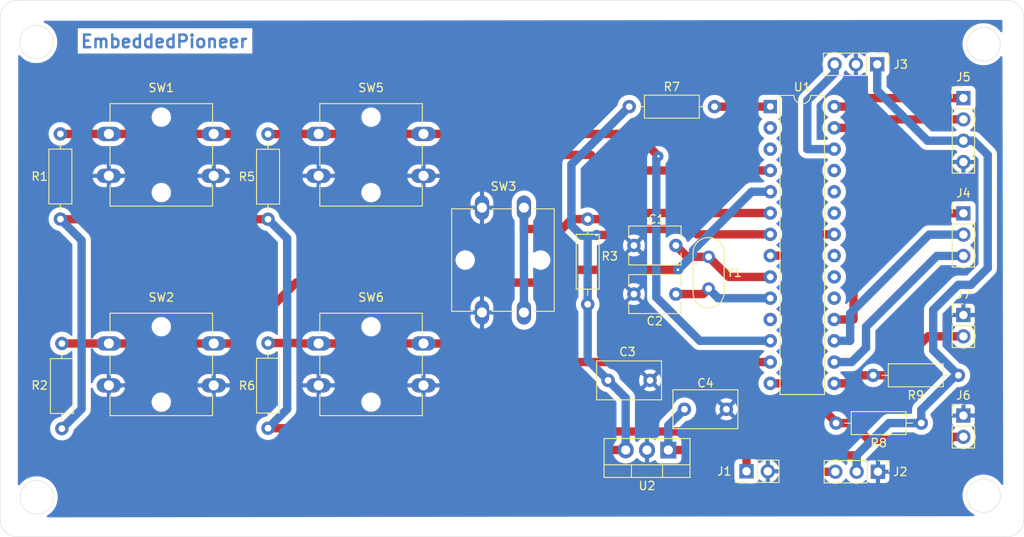
<source format=kicad_pcb>
(kicad_pcb (version 20241229) (generator "pcbnew") (generator_version "9.0")
  (title_block (title "Standing Desk") (date "2024-07-24") (rev "1.0") (company "EmbeddedPioneer"))
  (layers (0 "F.Cu" signal) (2 "B.Cu" signal) (13 "F.Paste" user) (15 "B.Paste" user) (5 "F.SilkS" user "F.Silkscreen") (7 "B.SilkS" user "B.Silkscreen") (1 "F.Mask" user) (3 "B.Mask" user) (25 "Edge.Cuts" user))
  (net 0 "")
  (net 1 "GND")
  (net 2 "Net-(U1-XTAL1{slash}PB6)")
  (net 3 "Net-(U1-XTAL2{slash}PB7)")
  (net 4 "+5V")
  (net 5 "+12V")
  (net 6 "Net-(J3-Pin_3)")
  (net 7 "Net-(J4-Pin_3)")
  (net 8 "Net-(J4-Pin_1)")
  (net 9 "Net-(J4-Pin_2)")
  (net 10 "Net-(J5-Pin_2)")
  (net 11 "Net-(J5-Pin_1)")
  (net 12 "Net-(J6-Pin_2)")
  (net 13 "Net-(J7-Pin_2)")
  (net 14 "Net-(U1-PD2)")
  (net 15 "Net-(U1-PD3)")
  (net 16 "Net-(U1-PD4)")
  (net 17 "Net-(U1-PD5)")
  (net 18 "Net-(U1-PD6)")
  (net 19 "Net-(U1-PD7)")
  (net 20 "Net-(U1-~{RESET}{slash}PC6)")
  (net 23 "Net-(U1-GND-Pad22)")
  (footprint "Capacitor_THT:C_Disc_D6.0mm_W4.4mm_P5.00mm" (layer "F.Cu") (at 166.83 103.61 180)
    (property "Reference" "C2" (at 2.519315 -3.227509 180) (layer "F.SilkS"))
    (property "Value" "22pf")
    (fp_line (start 5.62 0.925) (end 5.62 2.321) (stroke (width 0.12)) (layer "F.SilkS"))
    (fp_line (start 5.62 -2.321) (end 5.62 -0.925) (stroke (width 0.12)) (layer "F.SilkS"))
    (fp_line (start -0.62 2.321) (end 5.62 2.321) (stroke (width 0.12)) (layer "F.SilkS"))
    (fp_line (start -0.62 0.925) (end -0.62 2.321) (stroke (width 0.12)) (layer "F.SilkS"))
    (fp_line (start -0.62 -2.321) (end 5.62 -2.321) (stroke (width 0.12)) (layer "F.SilkS"))
    (fp_line (start -0.62 -2.321) (end -0.62 -0.925) (stroke (width 0.12)) (layer "F.SilkS"))
    (pad "1" thru_hole circle (at 0 0 180) (size 1.6 1.6) (drill 0.8) (layers "*.Cu" "*.Mask") (net 3 "Net-(U1-XTAL2{slash}PB7)"))
    (pad "2" thru_hole circle (at 5 0 180) (size 1.6 1.6) (drill 0.8) (layers "*.Cu" "*.Mask") (net 1 "GND"))
  )
  (footprint "Package_TO_SOT_THT:TO-220-3_Vertical" (layer "F.Cu") (at 165.93 122.21 180)
    (property "Reference" "U2" (at 2.54 -4.27 180) (layer "F.SilkS"))
    (property "Value" "LM7805_TO220")
    (fp_line (start 7.66 -3.27) (end 7.66 1.371) (stroke (width 0.12)) (layer "F.SilkS"))
    (fp_line (start 4.391 -3.27) (end 4.391 -1.76) (stroke (width 0.12)) (layer "F.SilkS"))
    (fp_line (start 0.69 -3.27) (end 0.69 -1.76) (stroke (width 0.12)) (layer "F.SilkS"))
    (fp_line (start -2.58 1.371) (end 7.66 1.371) (stroke (width 0.12)) (layer "F.SilkS"))
    (fp_line (start -2.58 -1.76) (end 7.66 -1.76) (stroke (width 0.12)) (layer "F.SilkS"))
    (fp_line (start -2.58 -3.27) (end 7.66 -3.27) (stroke (width 0.12)) (layer "F.SilkS"))
    (fp_line (start -2.58 -3.27) (end -2.58 1.371) (stroke (width 0.12)) (layer "F.SilkS"))
    (pad "1" thru_hole rect (at 0 0 180) (size 1.905 2) (drill 1.1) (layers "*.Cu" "*.Mask") (net 5 "+12V"))
    (pad "2" thru_hole oval (at 2.54 0 180) (size 1.905 2) (drill 1.1) (layers "*.Cu" "*.Mask") (net 1 "GND"))
    (pad "3" thru_hole oval (at 5.08 0 180) (size 1.905 2) (drill 1.1) (layers "*.Cu" "*.Mask") (net 4 "+5V"))
  )
  (footprint "Resistor_THT:R_Axial_DIN0207_L6.3mm_D2.5mm_P10.16mm_Horizontal" (layer "F.Cu") (at 93.47 94.66 90)
    (property "Reference" "R1" (at 5.08 -2.47 180) (layer "F.SilkS"))
    (property "Value" "10K")
    (fp_line (start 8.35 -1.37) (end 1.81 -1.37) (stroke (width 0.12)) (layer "F.SilkS"))
    (fp_line (start 1.81 -1.37) (end 1.81 1.37) (stroke (width 0.12)) (layer "F.SilkS"))
    (fp_line (start 9.12 0) (end 8.35 0) (stroke (width 0.12)) (layer "F.SilkS"))
    (fp_line (start 1.04 0) (end 1.81 0) (stroke (width 0.12)) (layer "F.SilkS"))
    (fp_line (start 8.35 1.37) (end 8.35 -1.37) (stroke (width 0.12)) (layer "F.SilkS"))
    (fp_line (start 1.81 1.37) (end 8.35 1.37) (stroke (width 0.12)) (layer "F.SilkS"))
    (pad "1" thru_hole circle (at 0 0 90) (size 1.6 1.6) (drill 0.8) (layers "*.Cu" "*.Mask") (net 4 "+5V"))
    (pad "2" thru_hole oval (at 10.16 0 90) (size 1.6 1.6) (drill 0.8) (layers "*.Cu" "*.Mask") (net 14 "Net-(U1-PD2)"))
  )
  (footprint "Capacitor_THT:C_Disc_D7.5mm_W4.4mm_P5.00mm" (layer "F.Cu") (at 158.75 113.9)
    (property "Reference" "C3" (at 2.31 -3.4 0) (layer "F.SilkS"))
    (property "Value" "220nf")
    (fp_line (start -1.37 -2.321) (end -1.37 2.321) (stroke (width 0.12)) (layer "F.SilkS"))
    (fp_line (start -1.37 -2.321) (end 6.37 -2.321) (stroke (width 0.12)) (layer "F.SilkS"))
    (fp_line (start -1.37 2.321) (end 6.37 2.321) (stroke (width 0.12)) (layer "F.SilkS"))
    (fp_line (start 6.37 -2.321) (end 6.37 2.321) (stroke (width 0.12)) (layer "F.SilkS"))
    (pad "1" thru_hole circle (at 0 0) (size 1.6 1.6) (drill 0.8) (layers "*.Cu" "*.Mask") (net 4 "+5V"))
    (pad "2" thru_hole circle (at 5 0) (size 1.6 1.6) (drill 0.8) (layers "*.Cu" "*.Mask") (net 1 "GND"))
  )
  (footprint "Resistor_THT:R_Axial_DIN0207_L6.3mm_D2.5mm_P10.16mm_Horizontal" (layer "F.Cu") (at 200.5 113.3 180)
    (property "Reference" "R9" (at 5.08 -2.37 180) (layer "F.SilkS"))
    (property "Value" "10K")
    (fp_line (start 9.12 0) (end 8.35 0) (stroke (width 0.12)) (layer "F.SilkS"))
    (fp_line (start 8.35 1.37) (end 8.35 -1.37) (stroke (width 0.12)) (layer "F.SilkS"))
    (fp_line (start 8.35 -1.37) (end 1.81 -1.37) (stroke (width 0.12)) (layer "F.SilkS"))
    (fp_line (start 1.81 1.37) (end 8.35 1.37) (stroke (width 0.12)) (layer "F.SilkS"))
    (fp_line (start 1.81 -1.37) (end 1.81 1.37) (stroke (width 0.12)) (layer "F.SilkS"))
    (fp_line (start 1.04 0) (end 1.81 0) (stroke (width 0.12)) (layer "F.SilkS"))
    (pad "1" thru_hole circle (at 0 0 180) (size 1.6 1.6) (drill 0.8) (layers "*.Cu" "*.Mask") (net 4 "+5V"))
    (pad "2" thru_hole oval (at 10.16 0 180) (size 1.6 1.6) (drill 0.8) (layers "*.Cu" "*.Mask") (net 13 "Net-(J7-Pin_2)"))
  )
  (footprint "Button_Switch_THT:SW_SPST_Omron_B3F-40xx" (layer "F.Cu") (at 148.72 93.3 -90)
    (property "Reference" "SW3" (at -2.53272 2.437834 0) (layer "F.SilkS"))
    (property "Value" "SAVE")
    (fp_line (start 12.36 8.61) (end 0.14 8.61) (stroke (width 0.12)) (layer "F.SilkS"))
    (fp_line (start 0.14 6.1) (end 0.14 8.61) (stroke (width 0.12)) (layer "F.SilkS"))
    (fp_line (start 12.36 6.1) (end 12.36 8.61) (stroke (width 0.12)) (layer "F.SilkS"))
    (fp_line (start 0.14 1.2) (end 0.14 3.8) (stroke (width 0.12)) (layer "F.SilkS"))
    (fp_line (start 12.36 1.2) (end 12.36 3.8) (stroke (width 0.12)) (layer "F.SilkS"))
    (fp_line (start 0.14 -3.61) (end 0.14 -1.1) (stroke (width 0.12)) (layer "F.SilkS"))
    (fp_line (start 0.14 -3.61) (end 12.36 -3.61) (stroke (width 0.12)) (layer "F.SilkS"))
    (fp_line (start 12.36 -3.61) (end 12.36 -1.1) (stroke (width 0.12)) (layer "F.SilkS"))
    (pad "" np_thru_hole circle (at 6.25 -2 270) (size 1.8 1.8) (drill 1.8) (layers "*.Cu" "*.Mask"))
    (pad "" np_thru_hole circle (at 6.25 7 270) (size 1.8 1.8) (drill 1.8) (layers "*.Cu" "*.Mask"))
    (pad "1" thru_hole oval (at 0 0 270) (size 2.9 1.7) (drill 1.2) (layers "*.Cu" "*.Mask") (net 16 "Net-(U1-PD4)"))
    (pad "1" thru_hole oval (at 12.5 0 270) (size 2.9 1.7) (drill 1.2) (layers "*.Cu" "*.Mask") (net 16 "Net-(U1-PD4)"))
    (pad "2" thru_hole oval (at 0 5 270) (size 2.9 1.7) (drill 1.2) (layers "*.Cu" "*.Mask") (net 1 "GND"))
    (pad "2" thru_hole oval (at 12.5 5 270) (size 2.9 1.7) (drill 1.2) (layers "*.Cu" "*.Mask") (net 1 "GND"))
  )
  (footprint "Package_DIP:DIP-28_W7.62mm" (layer "F.Cu") (at 178.08 81.24)
    (property "Reference" "U1" (at 3.81 -2.33 0) (layer "F.SilkS"))
    (property "Value" "ATmega328P")
    (fp_line (start 1.16 -1.33) (end 1.16 34.35) (stroke (width 0.12)) (layer "F.SilkS"))
    (fp_line (start 1.16 34.35) (end 6.46 34.35) (stroke (width 0.12)) (layer "F.SilkS"))
    (fp_line (start 2.81 -1.33) (end 1.16 -1.33) (stroke (width 0.12)) (layer "F.SilkS"))
    (fp_line (start 6.46 -1.33) (end 4.81 -1.33) (stroke (width 0.12)) (layer "F.SilkS"))
    (fp_line (start 6.46 34.35) (end 6.46 -1.33) (stroke (width 0.12)) (layer "F.SilkS"))
    (fp_arc (start 4.81 -1.33) (mid 3.81 -0.33) (end 2.81 -1.33) (stroke (width 0.12)) (layer "F.SilkS"))
    (pad "1" thru_hole rect (at 0 0) (size 1.6 1.6) (drill 0.8) (layers "*.Cu" "*.Mask") (net 20 "Net-(U1-~{RESET}{slash}PC6)"))
    (pad "2" thru_hole oval (at 0 2.54) (size 1.6 1.6) (drill 0.8) (layers "*.Cu" "*.Mask"))
    (pad "3" thru_hole oval (at 0 5.08) (size 1.6 1.6) (drill 0.8) (layers "*.Cu" "*.Mask"))
    (pad "4" thru_hole oval (at 0 7.62) (size 1.6 1.6) (drill 0.8) (layers "*.Cu" "*.Mask") (net 14 "Net-(U1-PD2)"))
    (pad "5" thru_hole oval (at 0 10.16) (size 1.6 1.6) (drill 0.8) (layers "*.Cu" "*.Mask") (net 15 "Net-(U1-PD3)"))
    (pad "6" thru_hole oval (at 0 12.7) (size 1.6 1.6) (drill 0.8) (layers "*.Cu" "*.Mask") (net 16 "Net-(U1-PD4)"))
    (pad "7" thru_hole oval (at 0 15.24) (size 1.6 1.6) (drill 0.8) (layers "*.Cu" "*.Mask") (net 4 "+5V"))
    (pad "8" thru_hole oval (at 0 17.78) (size 1.6 1.6) (drill 0.8) (layers "*.Cu" "*.Mask") (net 23 "Net-(U1-GND-Pad22)"))
    (pad "9" thru_hole oval (at 0 20.32) (size 1.6 1.6) (drill 0.8) (layers "*.Cu" "*.Mask") (net 2 "Net-(U1-XTAL1{slash}PB6)"))
    (pad "10" thru_hole oval (at 0 22.86) (size 1.6 1.6) (drill 0.8) (layers "*.Cu" "*.Mask") (net 3 "Net-(U1-XTAL2{slash}PB7)"))
    (pad "11" thru_hole oval (at 0 25.4) (size 1.6 1.6) (drill 0.8) (layers "*.Cu" "*.Mask") (net 17 "Net-(U1-PD5)"))
    (pad "12" thru_hole oval (at 0 27.94) (size 1.6 1.6) (drill 0.8) (layers "*.Cu" "*.Mask") (net 18 "Net-(U1-PD6)"))
    (pad "13" thru_hole oval (at 0 30.48) (size 1.6 1.6) (drill 0.8) (layers "*.Cu" "*.Mask") (net 19 "Net-(U1-PD7)"))
    (pad "14" thru_hole oval (at 0 33.02) (size 1.6 1.6) (drill 0.8) (layers "*.Cu" "*.Mask") (net 12 "Net-(J6-Pin_2)"))
    (pad "15" thru_hole oval (at 7.62 33.02) (size 1.6 1.6) (drill 0.8) (layers "*.Cu" "*.Mask") (net 13 "Net-(J7-Pin_2)"))
    (pad "16" thru_hole oval (at 7.62 30.48) (size 1.6 1.6) (drill 0.8) (layers "*.Cu" "*.Mask") (net 7 "Net-(J4-Pin_3)"))
    (pad "17" thru_hole oval (at 7.62 27.94) (size 1.6 1.6) (drill 0.8) (layers "*.Cu" "*.Mask") (net 9 "Net-(J4-Pin_2)"))
    (pad "18" thru_hole oval (at 7.62 25.4) (size 1.6 1.6) (drill 0.8) (layers "*.Cu" "*.Mask") (net 8 "Net-(J4-Pin_1)"))
    (pad "19" thru_hole oval (at 7.62 22.86) (size 1.6 1.6) (drill 0.8) (layers "*.Cu" "*.Mask"))
    (pad "20" thru_hole oval (at 7.62 20.32) (size 1.6 1.6) (drill 0.8) (layers "*.Cu" "*.Mask"))
    (pad "21" thru_hole oval (at 7.62 17.78) (size 1.6 1.6) (drill 0.8) (layers "*.Cu" "*.Mask"))
    (pad "22" thru_hole oval (at 7.62 15.24) (size 1.6 1.6) (drill 0.8) (layers "*.Cu" "*.Mask") (net 23 "Net-(U1-GND-Pad22)"))
    (pad "23" thru_hole oval (at 7.62 12.7) (size 1.6 1.6) (drill 0.8) (layers "*.Cu" "*.Mask"))
    (pad "24" thru_hole oval (at 7.62 10.16) (size 1.6 1.6) (drill 0.8) (layers "*.Cu" "*.Mask"))
    (pad "25" thru_hole oval (at 7.62 7.62) (size 1.6 1.6) (drill 0.8) (layers "*.Cu" "*.Mask"))
    (pad "26" thru_hole oval (at 7.62 5.08) (size 1.6 1.6) (drill 0.8) (layers "*.Cu" "*.Mask") (net 6 "Net-(J3-Pin_3)"))
    (pad "27" thru_hole oval (at 7.62 2.54) (size 1.6 1.6) (drill 0.8) (layers "*.Cu" "*.Mask") (net 10 "Net-(J5-Pin_2)"))
    (pad "28" thru_hole oval (at 7.62 0) (size 1.6 1.6) (drill 0.8) (layers "*.Cu" "*.Mask") (net 11 "Net-(J5-Pin_1)"))
  )
  (footprint "Resistor_THT:R_Axial_DIN0207_L6.3mm_D2.5mm_P10.16mm_Horizontal" (layer "F.Cu") (at 93.65 119.66 90)
    (property "Reference" "R2" (at 5.16 -2.65 180) (layer "F.SilkS"))
    (property "Value" "10K")
    (fp_line (start 8.35 -1.37) (end 1.81 -1.37) (stroke (width 0.12)) (layer "F.SilkS"))
    (fp_line (start 1.81 -1.37) (end 1.81 1.37) (stroke (width 0.12)) (layer "F.SilkS"))
    (fp_line (start 9.12 0) (end 8.35 0) (stroke (width 0.12)) (layer "F.SilkS"))
    (fp_line (start 1.04 0) (end 1.81 0) (stroke (width 0.12)) (layer "F.SilkS"))
    (fp_line (start 8.35 1.37) (end 8.35 -1.37) (stroke (width 0.12)) (layer "F.SilkS"))
    (fp_line (start 1.81 1.37) (end 8.35 1.37) (stroke (width 0.12)) (layer "F.SilkS"))
    (pad "1" thru_hole circle (at 0 0 90) (size 1.6 1.6) (drill 0.8) (layers "*.Cu" "*.Mask") (net 4 "+5V"))
    (pad "2" thru_hole oval (at 10.16 0 90) (size 1.6 1.6) (drill 0.8) (layers "*.Cu" "*.Mask") (net 15 "Net-(U1-PD3)"))
  )
  (footprint "Connector_PinHeader_2.54mm:PinHeader_1x03_P2.54mm_Vertical" (layer "F.Cu") (at 190.83 76.2 -90)
    (property "Reference" "J3" (at 0.017031 -2.799919 0) (layer "F.SilkS"))
    (property "Value" "Optical_EndStop")
    (fp_line (start -1.33 6.41) (end 1.33 6.41) (stroke (width 0.12)) (layer "F.SilkS"))
    (fp_line (start -1.33 1.27) (end -1.33 6.41) (stroke (width 0.12)) (layer "F.SilkS"))
    (fp_line (start -1.33 1.27) (end 1.33 1.27) (stroke (width 0.12)) (layer "F.SilkS"))
    (fp_line (start 1.33 1.27) (end 1.33 6.41) (stroke (width 0.12)) (layer "F.SilkS"))
    (fp_line (start -1.33 0) (end -1.33 -1.33) (stroke (width 0.12)) (layer "F.SilkS"))
    (fp_line (start -1.33 -1.33) (end 0 -1.33) (stroke (width 0.12)) (layer "F.SilkS"))
    (pad "1" thru_hole rect (at 0 0 270) (size 1.7 1.7) (drill 1) (layers "*.Cu" "*.Mask") (net 4 "+5V"))
    (pad "2" thru_hole oval (at 0 2.54 270) (size 1.7 1.7) (drill 1) (layers "*.Cu" "*.Mask") (net 1 "GND"))
    (pad "3" thru_hole oval (at 0 5.08 270) (size 1.7 1.7) (drill 1) (layers "*.Cu" "*.Mask") (net 6 "Net-(J3-Pin_3)"))
  )
  (footprint "Capacitor_THT:C_Disc_D7.5mm_W4.4mm_P5.00mm" (layer "F.Cu") (at 167.85 117.35)
    (property "Reference" "C4" (at 2.506079 -3.123545 0) (layer "F.SilkS"))
    (property "Value" "220nf")
    (fp_line (start -1.37 -2.321) (end -1.37 2.321) (stroke (width 0.12)) (layer "F.SilkS"))
    (fp_line (start -1.37 -2.321) (end 6.37 -2.321) (stroke (width 0.12)) (layer "F.SilkS"))
    (fp_line (start -1.37 2.321) (end 6.37 2.321) (stroke (width 0.12)) (layer "F.SilkS"))
    (fp_line (start 6.37 -2.321) (end 6.37 2.321) (stroke (width 0.12)) (layer "F.SilkS"))
    (pad "1" thru_hole circle (at 0 0) (size 1.6 1.6) (drill 0.8) (layers "*.Cu" "*.Mask") (net 5 "+12V"))
    (pad "2" thru_hole circle (at 5 0) (size 1.6 1.6) (drill 0.8) (layers "*.Cu" "*.Mask") (net 1 "GND"))
  )
  (footprint "Resistor_THT:R_Axial_DIN0207_L6.3mm_D2.5mm_P10.16mm_Horizontal" (layer "F.Cu") (at 196.08 119 180)
    (property "Reference" "R8" (at 5.08 -2.37 180) (layer "F.SilkS"))
    (property "Value" "10K")
    (fp_line (start 9.12 0) (end 8.35 0) (stroke (width 0.12)) (layer "F.SilkS"))
    (fp_line (start 8.35 1.37) (end 8.35 -1.37) (stroke (width 0.12)) (layer "F.SilkS"))
    (fp_line (start 8.35 -1.37) (end 1.81 -1.37) (stroke (width 0.12)) (layer "F.SilkS"))
    (fp_line (start 1.81 1.37) (end 8.35 1.37) (stroke (width 0.12)) (layer "F.SilkS"))
    (fp_line (start 1.81 -1.37) (end 1.81 1.37) (stroke (width 0.12)) (layer "F.SilkS"))
    (fp_line (start 1.04 0) (end 1.81 0) (stroke (width 0.12)) (layer "F.SilkS"))
    (pad "1" thru_hole circle (at 0 0 180) (size 1.6 1.6) (drill 0.8) (layers "*.Cu" "*.Mask") (net 4 "+5V"))
    (pad "2" thru_hole oval (at 10.16 0 180) (size 1.6 1.6) (drill 0.8) (layers "*.Cu" "*.Mask") (net 12 "Net-(J6-Pin_2)"))
  )
  (footprint "Button_Switch_THT:SW_SPST_Omron_B3F-40xx" (layer "F.Cu") (at 99.25 84.5)
    (property "Reference" "SW1" (at 6.25 -5.5 0) (layer "F.SilkS"))
    (property "Value" "UP")
    (fp_line (start 0.14 -3.61) (end 0.14 -1.1) (stroke (width 0.12)) (layer "F.SilkS"))
    (fp_line (start 0.14 -3.61) (end 12.36 -3.61) (stroke (width 0.12)) (layer "F.SilkS"))
    (fp_line (start 0.14 1.2) (end 0.14 3.8) (stroke (width 0.12)) (layer "F.SilkS"))
    (fp_line (start 0.14 6.1) (end 0.14 8.61) (stroke (width 0.12)) (layer "F.SilkS"))
    (fp_line (start 12.36 -3.61) (end 12.36 -1.1) (stroke (width 0.12)) (layer "F.SilkS"))
    (fp_line (start 12.36 1.2) (end 12.36 3.8) (stroke (width 0.12)) (layer "F.SilkS"))
    (fp_line (start 12.36 6.1) (end 12.36 8.61) (stroke (width 0.12)) (layer "F.SilkS"))
    (fp_line (start 12.36 8.61) (end 0.14 8.61) (stroke (width 0.12)) (layer "F.SilkS"))
    (pad "" np_thru_hole circle (at 6.25 -2) (size 1.8 1.8) (drill 1.8) (layers "*.Cu" "*.Mask"))
    (pad "" np_thru_hole circle (at 6.25 7) (size 1.8 1.8) (drill 1.8) (layers "*.Cu" "*.Mask"))
    (pad "1" thru_hole oval (at 0 0) (size 2.9 1.7) (drill 1.2) (layers "*.Cu" "*.Mask") (net 14 "Net-(U1-PD2)"))
    (pad "1" thru_hole oval (at 12.5 0) (size 2.9 1.7) (drill 1.2) (layers "*.Cu" "*.Mask") (net 14 "Net-(U1-PD2)"))
    (pad "2" thru_hole oval (at 0 5) (size 2.9 1.7) (drill 1.2) (layers "*.Cu" "*.Mask") (net 1 "GND"))
    (pad "2" thru_hole oval (at 12.5 5) (size 2.9 1.7) (drill 1.2) (layers "*.Cu" "*.Mask") (net 1 "GND"))
  )
  (footprint "Resistor_THT:R_Axial_DIN0207_L6.3mm_D2.5mm_P10.16mm_Horizontal" (layer "F.Cu") (at 156.32 104.83 90)
    (property "Reference" "R3" (at 5.728619 2.629833 180) (layer "F.SilkS"))
    (property "Value" "10K")
    (fp_line (start 8.35 -1.37) (end 1.81 -1.37) (stroke (width 0.12)) (layer "F.SilkS"))
    (fp_line (start 1.81 -1.37) (end 1.81 1.37) (stroke (width 0.12)) (layer "F.SilkS"))
    (fp_line (start 9.12 0) (end 8.35 0) (stroke (width 0.12)) (layer "F.SilkS"))
    (fp_line (start 1.04 0) (end 1.81 0) (stroke (width 0.12)) (layer "F.SilkS"))
    (fp_line (start 8.35 1.37) (end 8.35 -1.37) (stroke (width 0.12)) (layer "F.SilkS"))
    (fp_line (start 1.81 1.37) (end 8.35 1.37) (stroke (width 0.12)) (layer "F.SilkS"))
    (pad "1" thru_hole circle (at 0 0 90) (size 1.6 1.6) (drill 0.8) (layers "*.Cu" "*.Mask") (net 4 "+5V"))
    (pad "2" thru_hole oval (at 10.16 0 90) (size 1.6 1.6) (drill 0.8) (layers "*.Cu" "*.Mask") (net 16 "Net-(U1-PD4)"))
  )
  (footprint "Button_Switch_THT:SW_SPST_Omron_B3F-40xx" (layer "F.Cu") (at 124.25 109.5)
    (property "Reference" "SW6" (at 6.25 -5.5 0) (layer "F.SilkS"))
    (property "Value" "Home")
    (fp_line (start 0.14 -3.61) (end 0.14 -1.1) (stroke (width 0.12)) (layer "F.SilkS"))
    (fp_line (start 0.14 -3.61) (end 12.36 -3.61) (stroke (width 0.12)) (layer "F.SilkS"))
    (fp_line (start 0.14 1.2) (end 0.14 3.8) (stroke (width 0.12)) (layer "F.SilkS"))
    (fp_line (start 0.14 6.1) (end 0.14 8.61) (stroke (width 0.12)) (layer "F.SilkS"))
    (fp_line (start 12.36 -3.61) (end 12.36 -1.1) (stroke (width 0.12)) (layer "F.SilkS"))
    (fp_line (start 12.36 1.2) (end 12.36 3.8) (stroke (width 0.12)) (layer "F.SilkS"))
    (fp_line (start 12.36 6.1) (end 12.36 8.61) (stroke (width 0.12)) (layer "F.SilkS"))
    (fp_line (start 12.36 8.61) (end 0.14 8.61) (stroke (width 0.12)) (layer "F.SilkS"))
    (pad "" np_thru_hole circle (at 6.25 -2) (size 1.8 1.8) (drill 1.8) (layers "*.Cu" "*.Mask"))
    (pad "" np_thru_hole circle (at 6.25 7) (size 1.8 1.8) (drill 1.8) (layers "*.Cu" "*.Mask"))
    (pad "1" thru_hole oval (at 0 0) (size 2.9 1.7) (drill 1.2) (layers "*.Cu" "*.Mask") (net 19 "Net-(U1-PD7)"))
    (pad "1" thru_hole oval (at 12.5 0) (size 2.9 1.7) (drill 1.2) (layers "*.Cu" "*.Mask") (net 19 "Net-(U1-PD7)"))
    (pad "2" thru_hole oval (at 0 5) (size 2.9 1.7) (drill 1.2) (layers "*.Cu" "*.Mask") (net 1 "GND"))
    (pad "2" thru_hole oval (at 12.5 5) (size 2.9 1.7) (drill 1.2) (layers "*.Cu" "*.Mask") (net 1 "GND"))
  )
  (footprint "Crystal:Crystal_HC52-U_Vertical" (layer "F.Cu") (at 170.73 99.16 -90)
    (property "Reference" "Y1" (at 1.897074 -3.054468 0) (layer "F.SilkS"))
    (property "Value" "Crystal")
    (fp_line (start -0.45 1.85) (end 4.25 1.85) (stroke (width 0.12)) (layer "F.SilkS"))
    (fp_line (start -0.45 -1.85) (end 4.25 -1.85) (stroke (width 0.12)) (layer "F.SilkS"))
    (fp_arc (start -0.45 1.85) (mid -2.3 0) (end -0.45 -1.85) (stroke (width 0.12)) (layer "F.SilkS"))
    (fp_arc (start 4.25 -1.85) (mid 6.1 0) (end 4.25 1.85) (stroke (width 0.12)) (layer "F.SilkS"))
    (pad "1" thru_hole circle (at 0 0 270) (size 1.5 1.5) (drill 0.8) (layers "*.Cu" "*.Mask") (net 2 "Net-(U1-XTAL1{slash}PB6)"))
    (pad "2" thru_hole circle (at 3.8 0 270) (size 1.5 1.5) (drill 0.8) (layers "*.Cu" "*.Mask") (net 3 "Net-(U1-XTAL2{slash}PB7)"))
  )
  (footprint "Button_Switch_THT:SW_SPST_Omron_B3F-40xx" (layer "F.Cu") (at 124.25 84.5)
    (property "Reference" "SW5" (at 6.25 -5.5 0) (layer "F.SilkS"))
    (property "Value" "Mode")
    (fp_line (start 0.14 -3.61) (end 0.14 -1.1) (stroke (width 0.12)) (layer "F.SilkS"))
    (fp_line (start 0.14 -3.61) (end 12.36 -3.61) (stroke (width 0.12)) (layer "F.SilkS"))
    (fp_line (start 0.14 1.2) (end 0.14 3.8) (stroke (width 0.12)) (layer "F.SilkS"))
    (fp_line (start 0.14 6.1) (end 0.14 8.61) (stroke (width 0.12)) (layer "F.SilkS"))
    (fp_line (start 12.36 -3.61) (end 12.36 -1.1) (stroke (width 0.12)) (layer "F.SilkS"))
    (fp_line (start 12.36 1.2) (end 12.36 3.8) (stroke (width 0.12)) (layer "F.SilkS"))
    (fp_line (start 12.36 6.1) (end 12.36 8.61) (stroke (width 0.12)) (layer "F.SilkS"))
    (fp_line (start 12.36 8.61) (end 0.14 8.61) (stroke (width 0.12)) (layer "F.SilkS"))
    (pad "" np_thru_hole circle (at 6.25 -2) (size 1.8 1.8) (drill 1.8) (layers "*.Cu" "*.Mask"))
    (pad "" np_thru_hole circle (at 6.25 7) (size 1.8 1.8) (drill 1.8) (layers "*.Cu" "*.Mask"))
    (pad "1" thru_hole oval (at 0 0) (size 2.9 1.7) (drill 1.2) (layers "*.Cu" "*.Mask") (net 18 "Net-(U1-PD6)"))
    (pad "1" thru_hole oval (at 12.5 0) (size 2.9 1.7) (drill 1.2) (layers "*.Cu" "*.Mask") (net 18 "Net-(U1-PD6)"))
    (pad "2" thru_hole oval (at 0 5) (size 2.9 1.7) (drill 1.2) (layers "*.Cu" "*.Mask") (net 1 "GND"))
    (pad "2" thru_hole oval (at 12.5 5) (size 2.9 1.7) (drill 1.2) (layers "*.Cu" "*.Mask") (net 1 "GND"))
  )
  (footprint "Connector_PinHeader_2.54mm:PinHeader_1x02_P2.54mm_Vertical" (layer "F.Cu") (at 201.1 106.11)
    (property "Reference" "J7" (at 0.043036 -2.464661 0) (layer "F.SilkS"))
    (property "Value" "END_STOP_MAX")
    (fp_line (start -1.33 -1.33) (end 0 -1.33) (stroke (width 0.12)) (layer "F.SilkS"))
    (fp_line (start -1.33 0) (end -1.33 -1.33) (stroke (width 0.12)) (layer "F.SilkS"))
    (fp_line (start -1.33 1.27) (end -1.33 3.87) (stroke (width 0.12)) (layer "F.SilkS"))
    (fp_line (start -1.33 1.27) (end 1.33 1.27) (stroke (width 0.12)) (layer "F.SilkS"))
    (fp_line (start -1.33 3.87) (end 1.33 3.87) (stroke (width 0.12)) (layer "F.SilkS"))
    (fp_line (start 1.33 1.27) (end 1.33 3.87) (stroke (width 0.12)) (layer "F.SilkS"))
    (pad "1" thru_hole rect (at 0 0) (size 1.7 1.7) (drill 1) (layers "*.Cu" "*.Mask") (net 1 "GND"))
    (pad "2" thru_hole oval (at 0 2.54) (size 1.7 1.7) (drill 1) (layers "*.Cu" "*.Mask") (net 13 "Net-(J7-Pin_2)"))
  )
  (footprint "Connector_PinHeader_2.54mm:PinHeader_1x02_P2.54mm_Vertical" (layer "F.Cu") (at 175.25 124.75 90)
    (property "Reference" "J1" (at -0.003279 -2.645247 180) (layer "F.SilkS"))
    (property "Value" "POWER_IN")
    (fp_line (start -1.33 -1.33) (end 0 -1.33) (stroke (width 0.12)) (layer "F.SilkS"))
    (fp_line (start -1.33 0) (end -1.33 -1.33) (stroke (width 0.12)) (layer "F.SilkS"))
    (fp_line (start 1.33 1.27) (end 1.33 3.87) (stroke (width 0.12)) (layer "F.SilkS"))
    (fp_line (start -1.33 1.27) (end 1.33 1.27) (stroke (width 0.12)) (layer "F.SilkS"))
    (fp_line (start -1.33 1.27) (end -1.33 3.87) (stroke (width 0.12)) (layer "F.SilkS"))
    (fp_line (start -1.33 3.87) (end 1.33 3.87) (stroke (width 0.12)) (layer "F.SilkS"))
    (pad "1" thru_hole rect (at 0 0 90) (size 1.7 1.7) (drill 1) (layers "*.Cu" "*.Mask") (net 5 "+12V"))
    (pad "2" thru_hole oval (at 0 2.54 90) (size 1.7 1.7) (drill 1) (layers "*.Cu" "*.Mask") (net 1 "GND"))
  )
  (footprint "Resistor_THT:R_Axial_DIN0207_L6.3mm_D2.5mm_P10.16mm_Horizontal" (layer "F.Cu") (at 161.27 81.25)
    (property "Reference" "R7" (at 5.08 -2.37 0) (layer "F.SilkS"))
    (property "Value" "10K")
    (fp_line (start 1.04 0) (end 1.81 0) (stroke (width 0.12)) (layer "F.SilkS"))
    (fp_line (start 1.81 -1.37) (end 1.81 1.37) (stroke (width 0.12)) (layer "F.SilkS"))
    (fp_line (start 1.81 1.37) (end 8.35 1.37) (stroke (width 0.12)) (layer "F.SilkS"))
    (fp_line (start 8.35 -1.37) (end 1.81 -1.37) (stroke (width 0.12)) (layer "F.SilkS"))
    (fp_line (start 8.35 1.37) (end 8.35 -1.37) (stroke (width 0.12)) (layer "F.SilkS"))
    (fp_line (start 9.12 0) (end 8.35 0) (stroke (width 0.12)) (layer "F.SilkS"))
    (pad "1" thru_hole circle (at 0 0) (size 1.6 1.6) (drill 0.8) (layers "*.Cu" "*.Mask") (net 4 "+5V"))
    (pad "2" thru_hole oval (at 10.16 0) (size 1.6 1.6) (drill 0.8) (layers "*.Cu" "*.Mask") (net 20 "Net-(U1-~{RESET}{slash}PC6)"))
  )
  (footprint "Connector_PinHeader_2.54mm:PinHeader_1x04_P2.54mm_Vertical" (layer "F.Cu") (at 201.1 80.23)
    (property "Reference" "J5" (at 0.001133 -2.509515 0) (layer "F.SilkS"))
    (property "Value" "LCD_Connector")
    (fp_line (start -1.33 -1.33) (end 0 -1.33) (stroke (width 0.12)) (layer "F.SilkS"))
    (fp_line (start -1.33 0) (end -1.33 -1.33) (stroke (width 0.12)) (layer "F.SilkS"))
    (fp_line (start -1.33 1.27) (end -1.33 8.95) (stroke (width 0.12)) (layer "F.SilkS"))
    (fp_line (start -1.33 1.27) (end 1.33 1.27) (stroke (width 0.12)) (layer "F.SilkS"))
    (fp_line (start -1.33 8.95) (end 1.33 8.95) (stroke (width 0.12)) (layer "F.SilkS"))
    (fp_line (start 1.33 1.27) (end 1.33 8.95) (stroke (width 0.12)) (layer "F.SilkS"))
    (pad "1" thru_hole rect (at 0 0) (size 1.7 1.7) (drill 1) (layers "*.Cu" "*.Mask") (net 11 "Net-(J5-Pin_1)"))
    (pad "2" thru_hole oval (at 0 2.54) (size 1.7 1.7) (drill 1) (layers "*.Cu" "*.Mask") (net 10 "Net-(J5-Pin_2)"))
    (pad "3" thru_hole oval (at 0 5.08) (size 1.7 1.7) (drill 1) (layers "*.Cu" "*.Mask") (net 4 "+5V"))
    (pad "4" thru_hole oval (at 0 7.62) (size 1.7 1.7) (drill 1) (layers "*.Cu" "*.Mask") (net 1 "GND"))
  )
  (footprint "Connector_PinHeader_2.54mm:PinHeader_1x03_P2.54mm_Vertical" (layer "F.Cu") (at 190.915 124.8 -90)
    (property "Reference" "J2" (at 0.007811 -2.659208 0) (layer "F.SilkS"))
    (property "Value" "Driver_POWER")
    (fp_line (start -1.33 6.41) (end 1.33 6.41) (stroke (width 0.12)) (layer "F.SilkS"))
    (fp_line (start -1.33 1.27) (end -1.33 6.41) (stroke (width 0.12)) (layer "F.SilkS"))
    (fp_line (start -1.33 1.27) (end 1.33 1.27) (stroke (width 0.12)) (layer "F.SilkS"))
    (fp_line (start 1.33 1.27) (end 1.33 6.41) (stroke (width 0.12)) (layer "F.SilkS"))
    (fp_line (start -1.33 0) (end -1.33 -1.33) (stroke (width 0.12)) (layer "F.SilkS"))
    (fp_line (start -1.33 -1.33) (end 0 -1.33) (stroke (width 0.12)) (layer "F.SilkS"))
    (pad "1" thru_hole rect (at 0 0 270) (size 1.7 1.7) (drill 1) (layers "*.Cu" "*.Mask") (net 1 "GND"))
    (pad "2" thru_hole oval (at 0 2.54 270) (size 1.7 1.7) (drill 1) (layers "*.Cu" "*.Mask") (net 4 "+5V"))
    (pad "3" thru_hole oval (at 0 5.08 270) (size 1.7 1.7) (drill 1) (layers "*.Cu" "*.Mask") (net 5 "+12V"))
  )
  (footprint "Capacitor_THT:C_Disc_D6.0mm_W4.4mm_P5.00mm" (layer "F.Cu") (at 166.83 97.81 180)
    (property "Reference" "C1" (at 2.33 3.133821 180) (layer "F.SilkS"))
    (property "Value" "22pf")
    (fp_line (start 5.62 0.925) (end 5.62 2.321) (stroke (width 0.12)) (layer "F.SilkS"))
    (fp_line (start 5.62 -2.321) (end 5.62 -0.925) (stroke (width 0.12)) (layer "F.SilkS"))
    (fp_line (start -0.62 2.321) (end 5.62 2.321) (stroke (width 0.12)) (layer "F.SilkS"))
    (fp_line (start -0.62 0.925) (end -0.62 2.321) (stroke (width 0.12)) (layer "F.SilkS"))
    (fp_line (start -0.62 -2.321) (end 5.62 -2.321) (stroke (width 0.12)) (layer "F.SilkS"))
    (fp_line (start -0.62 -2.321) (end -0.62 -0.925) (stroke (width 0.12)) (layer "F.SilkS"))
    (pad "1" thru_hole circle (at 0 0 180) (size 1.6 1.6) (drill 0.8) (layers "*.Cu" "*.Mask") (net 2 "Net-(U1-XTAL1{slash}PB6)"))
    (pad "2" thru_hole circle (at 5 0 180) (size 1.6 1.6) (drill 0.8) (layers "*.Cu" "*.Mask") (net 1 "GND"))
  )
  (footprint "Resistor_THT:R_Axial_DIN0207_L6.3mm_D2.5mm_P10.16mm_Horizontal" (layer "F.Cu") (at 118.22 119.61 90)
    (property "Reference" "R6" (at 5.069175 -2.506957 180) (layer "F.SilkS"))
    (property "Value" "10K")
    (fp_line (start 8.35 -1.37) (end 1.81 -1.37) (stroke (width 0.12)) (layer "F.SilkS"))
    (fp_line (start 1.81 -1.37) (end 1.81 1.37) (stroke (width 0.12)) (layer "F.SilkS"))
    (fp_line (start 9.12 0) (end 8.35 0) (stroke (width 0.12)) (layer "F.SilkS"))
    (fp_line (start 1.04 0) (end 1.81 0) (stroke (width 0.12)) (layer "F.SilkS"))
    (fp_line (start 8.35 1.37) (end 8.35 -1.37) (stroke (width 0.12)) (layer "F.SilkS"))
    (fp_line (start 1.81 1.37) (end 8.35 1.37) (stroke (width 0.12)) (layer "F.SilkS"))
    (pad "1" thru_hole circle (at 0 0 90) (size 1.6 1.6) (drill 0.8) (layers "*.Cu" "*.Mask") (net 4 "+5V"))
    (pad "2" thru_hole oval (at 10.16 0 90) (size 1.6 1.6) (drill 0.8) (layers "*.Cu" "*.Mask") (net 19 "Net-(U1-PD7)"))
  )
  (footprint "Connector_PinHeader_2.54mm:PinHeader_1x02_P2.54mm_Vertical" (layer "F.Cu") (at 201.1 118.1)
    (property "Reference" "J6" (at 0.009358 -2.408107 0) (layer "F.SilkS"))
    (property "Value" "END_STOP_MIN")
    (fp_line (start -1.33 -1.33) (end 0 -1.33) (stroke (width 0.12)) (layer "F.SilkS"))
    (fp_line (start -1.33 0) (end -1.33 -1.33) (stroke (width 0.12)) (layer "F.SilkS"))
    (fp_line (start -1.33 1.27) (end -1.33 3.87) (stroke (width 0.12)) (layer "F.SilkS"))
    (fp_line (start -1.33 1.27) (end 1.33 1.27) (stroke (width 0.12)) (layer "F.SilkS"))
    (fp_line (start -1.33 3.87) (end 1.33 3.87) (stroke (width 0.12)) (layer "F.SilkS"))
    (fp_line (start 1.33 1.27) (end 1.33 3.87) (stroke (width 0.12)) (layer "F.SilkS"))
    (pad "1" thru_hole rect (at 0 0) (size 1.7 1.7) (drill 1) (layers "*.Cu" "*.Mask") (net 1 "GND"))
    (pad "2" thru_hole oval (at 0 2.54) (size 1.7 1.7) (drill 1) (layers "*.Cu" "*.Mask") (net 12 "Net-(J6-Pin_2)"))
  )
  (footprint "Connector_PinHeader_2.54mm:PinHeader_1x03_P2.54mm_Vertical" (layer "F.Cu") (at 201.1 93.975)
    (property "Reference" "J4" (at 0.005556 -2.405645 0) (layer "F.SilkS"))
    (property "Value" "Driver_DATA")
    (fp_line (start -1.33 -1.33) (end 0 -1.33) (stroke (width 0.12)) (layer "F.SilkS"))
    (fp_line (start -1.33 0) (end -1.33 -1.33) (stroke (width 0.12)) (layer "F.SilkS"))
    (fp_line (start -1.33 1.27) (end -1.33 6.41) (stroke (width 0.12)) (layer "F.SilkS"))
    (fp_line (start -1.33 1.27) (end 1.33 1.27) (stroke (width 0.12)) (layer "F.SilkS"))
    (fp_line (start -1.33 6.41) (end 1.33 6.41) (stroke (width 0.12)) (layer "F.SilkS"))
    (fp_line (start 1.33 1.27) (end 1.33 6.41) (stroke (width 0.12)) (layer "F.SilkS"))
    (pad "1" thru_hole rect (at 0 0) (size 1.7 1.7) (drill 1) (layers "*.Cu" "*.Mask") (net 8 "Net-(J4-Pin_1)"))
    (pad "2" thru_hole oval (at 0 2.54) (size 1.7 1.7) (drill 1) (layers "*.Cu" "*.Mask") (net 9 "Net-(J4-Pin_2)"))
    (pad "3" thru_hole oval (at 0 5.08) (size 1.7 1.7) (drill 1) (layers "*.Cu" "*.Mask") (net 7 "Net-(J4-Pin_3)"))
  )
  (footprint "Button_Switch_THT:SW_SPST_Omron_B3F-40xx" (layer "F.Cu") (at 99.25 109.5)
    (property "Reference" "SW2" (at 6.25 -5.5 0) (layer "F.SilkS"))
    (property "Value" "DOWN")
    (fp_line (start 0.14 -3.61) (end 0.14 -1.1) (stroke (width 0.12)) (layer "F.SilkS"))
    (fp_line (start 0.14 -3.61) (end 12.36 -3.61) (stroke (width 0.12)) (layer "F.SilkS"))
    (fp_line (start 0.14 1.2) (end 0.14 3.8) (stroke (width 0.12)) (layer "F.SilkS"))
    (fp_line (start 0.14 6.1) (end 0.14 8.61) (stroke (width 0.12)) (layer "F.SilkS"))
    (fp_line (start 12.36 -3.61) (end 12.36 -1.1) (stroke (width 0.12)) (layer "F.SilkS"))
    (fp_line (start 12.36 1.2) (end 12.36 3.8) (stroke (width 0.12)) (layer "F.SilkS"))
    (fp_line (start 12.36 6.1) (end 12.36 8.61) (stroke (width 0.12)) (layer "F.SilkS"))
    (fp_line (start 12.36 8.61) (end 0.14 8.61) (stroke (width 0.12)) (layer "F.SilkS"))
    (pad "" np_thru_hole circle (at 6.25 -2) (size 1.8 1.8) (drill 1.8) (layers "*.Cu" "*.Mask"))
    (pad "" np_thru_hole circle (at 6.25 7) (size 1.8 1.8) (drill 1.8) (layers "*.Cu" "*.Mask"))
    (pad "1" thru_hole oval (at 0 0) (size 2.9 1.7) (drill 1.2) (layers "*.Cu" "*.Mask") (net 15 "Net-(U1-PD3)"))
    (pad "1" thru_hole oval (at 12.5 0) (size 2.9 1.7) (drill 1.2) (layers "*.Cu" "*.Mask") (net 15 "Net-(U1-PD3)"))
    (pad "2" thru_hole oval (at 0 5) (size 2.9 1.7) (drill 1.2) (layers "*.Cu" "*.Mask") (net 1 "GND"))
    (pad "2" thru_hole oval (at 12.5 5) (size 2.9 1.7) (drill 1.2) (layers "*.Cu" "*.Mask") (net 1 "GND"))
  )
  (footprint "Resistor_THT:R_Axial_DIN0207_L6.3mm_D2.5mm_P10.16mm_Horizontal" (layer "F.Cu") (at 118.22 94.68 90)
    (property "Reference" "R5" (at 5.06692 -2.518121 180) (layer "F.SilkS"))
    (property "Value" "10K")
    (fp_line (start 8.35 -1.37) (end 1.81 -1.37) (stroke (width 0.12)) (layer "F.SilkS"))
    (fp_line (start 1.81 -1.37) (end 1.81 1.37) (stroke (width 0.12)) (layer "F.SilkS"))
    (fp_line (start 9.12 0) (end 8.35 0) (stroke (width 0.12)) (layer "F.SilkS"))
    (fp_line (start 1.04 0) (end 1.81 0) (stroke (width 0.12)) (layer "F.SilkS"))
    (fp_line (start 8.35 1.37) (end 8.35 -1.37) (stroke (width 0.12)) (layer "F.SilkS"))
    (fp_line (start 1.81 1.37) (end 8.35 1.37) (stroke (width 0.12)) (layer "F.SilkS"))
    (pad "1" thru_hole circle (at 0 0 90) (size 1.6 1.6) (drill 0.8) (layers "*.Cu" "*.Mask") (net 4 "+5V"))
    (pad "2" thru_hole oval (at 10.16 0 90) (size 1.6 1.6) (drill 0.8) (layers "*.Cu" "*.Mask") (net 18 "Net-(U1-PD6)"))
  )
  (gr_arc (start 208.3 130.55) (mid 207.714214 131.964214) (end 206.3 132.55) (stroke (width 0.05)) (layer "Edge.Cuts"))
  (gr_circle (center 203.5 127.65) (end 205.5 127.65) (stroke (width 0.05)) (fill no) (layer "Edge.Cuts"))
  (gr_line (start 206.3 132.55) (end 88.3 132.55) (stroke (width 0.05)) (layer "Edge.Cuts"))
  (gr_arc (start 86.3 70.55) (mid 86.885786 69.135786) (end 88.3 68.55) (stroke (width 0.05)) (layer "Edge.Cuts"))
  (gr_line (start 88.3 68.55) (end 206.3 68.55) (stroke (width 0.05)) (layer "Edge.Cuts"))
  (gr_circle (center 90.65 127.85) (end 92.65 127.85) (stroke (width 0.05)) (fill no) (layer "Edge.Cuts"))
  (gr_arc (start 206.3 68.55) (mid 207.714214 69.135786) (end 208.3 70.55) (stroke (width 0.05)) (layer "Edge.Cuts"))
  (gr_arc (start 88.3 132.55) (mid 86.885786 131.964214) (end 86.3 130.55) (stroke (width 0.05)) (layer "Edge.Cuts"))
  (gr_line (start 86.3 130.55) (end 86.3 70.55) (stroke (width 0.05)) (layer "Edge.Cuts"))
  (gr_circle (center 203.5 73.8) (end 205.5 73.8) (stroke (width 0.05)) (fill no) (layer "Edge.Cuts"))
  (gr_circle (center 90.6 73.55) (end 92.6 73.55) (stroke (width 0.05)) (fill no) (layer "Edge.Cuts"))
  (gr_line (start 208.3 70.55) (end 208.3 130.55) (stroke (width 0.05)) (layer "Edge.Cuts"))
  (gr_text "EmbeddedPioneer" (at 95.75 74.35 0) (layer "B.Cu") (effects (font (size 1.5 1.5) (thickness 0.3) (bold yes)) (justify left bottom)))
  (segment (start 168.18 99.16) (end 170.73 99.16) (width 1) (layer "F.Cu") (net 2))
  (segment (start 178.08 101.56) (end 173.13 101.56) (width 1) (layer "F.Cu") (net 2))
  (segment (start 166.83 97.81) (end 168.18 99.16) (width 1) (layer "F.Cu") (net 2))
  (segment (start 173.13 101.56) (end 170.73 99.16) (width 1) (layer "F.Cu") (net 2))
  (segment (start 166.83 103.61) (end 170.08 103.61) (width 1) (layer "F.Cu") (net 3))
  (segment (start 170.08 103.61) (end 170.73 102.96) (width 1) (layer "F.Cu") (net 3))
  (segment (start 170.73 102.96) (end 171.87 104.1) (width 1) (layer "B.Cu") (net 3))
  (segment (start 171.87 104.1) (end 178.08 104.1) (width 1) (layer "B.Cu") (net 3))
  (segment (start 182.2467 120.9002) (end 184.7036 120.9002) (width 1) (layer "F.Cu") (net 4))
  (segment (start 168.7302 95.8402) (end 159.4133 95.8402) (width 1) (layer "F.Cu") (net 4))
  (segment (start 184.7036 120.9002) (end 186.6517 122.8483) (width 1) (layer "F.Cu") (net 4))
  (segment (start 158.3445 119.61) (end 158.7958 120.0613) (width 1) (layer "F.Cu") (net 4))
  (segment (start 93.49 94.68) (end 93.47 94.66) (width 1) (layer "F.Cu") (net 4))
  (segment (start 158.7958 120.0613) (end 158.8571 120) (width 1) (layer "F.Cu") (net 4))
  (segment (start 181.3465 120) (end 182.2467 120.9002) (width 1) (layer "F.Cu") (net 4))
  (segment (start 118.22 119.61) (end 158.3445 119.61) (width 1) (layer "F.Cu") (net 4))
  (segment (start 178.08 96.48) (end 169.37 96.48) (width 1) (layer "F.Cu") (net 4))
  (segment (start 188.375 122.8483) (end 188.375 124.8) (width 1) (layer "F.Cu") (net 4))
  (segment (start 118.22 94.68) (end 93.49 94.68) (width 1) (layer "F.Cu") (net 4))
  (segment (start 158.7027 96.5508) (end 157.3755 96.5508) (width 1) (layer "F.Cu") (net 4))
  (segment (start 186.6517 122.8483) (end 188.375 122.8483) (width 1) (layer "F.Cu") (net 4))
  (segment (start 158.7958 120.0613) (end 158.7958 122.21) (width 1) (layer "F.Cu") (net 4))
  (segment (start 169.37 96.48) (end 168.7302 95.8402) (width 1) (layer "F.Cu") (net 4))
  (segment (start 158.8571 120) (end 181.3465 120) (width 1) (layer "F.Cu") (net 4))
  (segment (start 160.85 122.21) (end 158.7958 122.21) (width 1) (layer "F.Cu") (net 4))
  (segment (start 159.4133 95.8402) (end 158.7027 96.5508) (width 1) (layer "F.Cu") (net 4))
  (via (at 157.3755 96.5508) (size 1.2) (drill 0.3) (layers "F.Cu" "B.Cu") (net 4))
  (segment (start 190.83 76.2) (end 190.83 79.33) (width 1) (layer "B.Cu") (net 4))
  (segment (start 154.382 88.138) (end 161.27 81.25) (width 1) (layer "B.Cu") (net 4))
  (segment (start 155.5932 96.6454) (end 154.382 95.4342) (width 1) (layer "B.Cu") (net 4))
  (segment (start 197.5 110.3) (end 197.5 105.5) (width 1) (layer "B.Cu") (net 4))
  (segment (start 190.83 79.33) (end 196.81 85.31) (width 1) (layer "B.Cu") (net 4))
  (segment (start 188.375 124.8) (end 188.375 122.8483) (width 1) (layer "B.Cu") (net 4))
  (segment (start 120.5 117.33) (end 118.22 119.61) (width 1) (layer "B.Cu") (net 4))
  (segment (start 154.382 95.4342) (end 154.382 88.138) (width 1) (layer "B.Cu") (net 4))
  (segment (start 196.08 119) (end 192.2233 119) (width 1) (layer "B.Cu") (net 4))
  (segment (start 93.47 94.66) (end 96 97.19) (width 1) (layer "B.Cu") (net 4))
  (segment (start 156.32 104.83) (end 156.32 111.47) (width 1) (layer "B.Cu") (net 4))
  (segment (start 118.22 94.68) (end 120.5 96.96) (width 1) (layer "B.Cu") (net 4))
  (segment (start 160.85 116) (end 160.85 122.21) (width 1) (layer "B.Cu") (net 4))
  (segment (start 204 87.007919) (end 202.302081 85.31) (width 1) (layer "B.Cu") (net 4))
  (segment (start 204 100.5) (end 204 87.007919) (width 1) (layer "B.Cu") (net 4))
  (segment (start 196.81 85.31) (end 201.1 85.31) (width 1) (layer "B.Cu") (net 4))
  (segment (start 156.32 96.6454) (end 157.2809 96.6454) (width 1) (layer "B.Cu") (net 4))
  (segment (start 196.08 119) (end 196.08 117.42) (width 1) (layer "B.Cu") (net 4))
  (segment (start 200.5 113.3) (end 197.5 110.3) (width 1) (layer "B.Cu") (net 4))
  (segment (start 156.32 111.47) (end 158.75 113.9) (width 1) (layer "B.Cu") (net 4))
  (segment (start 158.75 113.9) (end 160.85 116) (width 1) (layer "B.Cu") (net 4))
  (segment (start 96 97.19) (end 96 117.31) (width 1) (layer "B.Cu") (net 4))
  (segment (start 196.08 117.42) (end 200.2 113.3) (width 1) (layer "B.Cu") (net 4))
  (segment (start 120.5 96.96) (end 120.5 117.33) (width 1) (layer "B.Cu") (net 4))
  (segment (start 202 102.5) (end 204 100.5) (width 1) (layer "B.Cu") (net 4))
  (segment (start 200.2 113.3) (end 200.5 113.3) (width 1) (layer "B.Cu") (net 4))
  (segment (start 156.32 104.83) (end 156.32 96.6454) (width 1) (layer "B.Cu") (net 4))
  (segment (start 202.302081 85.31) (end 201.1 85.31) (width 1) (layer "B.Cu") (net 4))
  (segment (start 192.2233 119) (end 188.375 122.8483) (width 1) (layer "B.Cu") (net 4))
  (segment (start 200.5 102.5) (end 202 102.5) (width 1) (layer "B.Cu") (net 4))
  (segment (start 156.32 96.6454) (end 155.5932 96.6454) (width 1) (layer "B.Cu") (net 4))
  (segment (start 96 117.31) (end 93.65 119.66) (width 1) (layer "B.Cu") (net 4))
  (segment (start 197.5 105.5) (end 200.5 102.5) (width 1) (layer "B.Cu") (net 4))
  (segment (start 157.2809 96.6454) (end 157.3755 96.5508) (width 1) (layer "B.Cu") (net 4))
  (segment (start 165.93 122.21) (end 175 122.21) (width 1) (layer "F.Cu") (net 5))
  (segment (start 175 122.21) (end 181.2933 122.21) (width 1) (layer "F.Cu") (net 5))
  (segment (start 181.2933 122.21) (end 183.8833 124.8) (width 1) (layer "F.Cu") (net 5))
  (segment (start 185.835 124.8) (end 183.8833 124.8) (width 1) (layer "F.Cu") (net 5))
  (segment (start 175.25 122.46) (end 175 122.21) (width 1) (layer "F.Cu") (net 5))
  (segment (start 175.25 124.75) (end 175.25 122.46) (width 1) (layer "F.Cu") (net 5))
  (segment (start 165.93 122.21) (end 165.93 119.27) (width 1) (layer "B.Cu") (net 5))
  (segment (start 165.93 119.27) (end 167.85 117.35) (width 1) (layer "B.Cu") (net 5))
  (segment (start 185.75 77.25) (end 182.5 80.5) (width 1) (layer "B.Cu") (net 6))
  (segment (start 182.5 86.32) (end 185.7 86.32) (width 1) (layer "B.Cu") (net 6))
  (segment (start 185.75 76.2) (end 185.75 77.25) (width 1) (layer "B.Cu") (net 6))
  (segment (start 182.5 80.5) (end 182.5 86.32) (width 1) (layer "B.Cu") (net 6))
  (segment (start 187.78 111.72) (end 189.5 110) (width 1) (layer "B.Cu") (net 7))
  (segment (start 189.5 107.5) (end 197.945 99.055) (width 1) (layer "B.Cu") (net 7))
  (segment (start 197.945 99.055) (end 201.1 99.055) (width 1) (layer "B.Cu") (net 7))
  (segment (start 185.7 111.72) (end 185.78 111.72) (width 1) (layer "B.Cu") (net 7))
  (segment (start 189.5 110) (end 189.5 107.5) (width 1) (layer "B.Cu") (net 7))
  (segment (start 185.7 111.72) (end 187.78 111.72) (width 1) (layer "B.Cu") (net 7))
  (segment (start 185.78 111.72) (end 186 111.5) (width 1) (layer "B.Cu") (net 7))
  (segment (start 188 103.0083) (end 197.0333 93.975) (width 1) (layer "F.Cu") (net 8))
  (segment (start 197.0333 93.975) (end 201.1 93.975) (width 1) (layer "F.Cu") (net 8))
  (segment (start 185.7 106.64) (end 188 106.64) (width 1) (layer "F.Cu") (net 8))
  (segment (start 188 106.64) (end 188 103.0083) (width 1) (layer "F.Cu") (net 8))
  (segment (start 185.7 109.18) (end 187.6017 109.18) (width 1) (layer "B.Cu") (net 9))
  (segment (start 197.00915 96.515) (end 201.1 96.515) (width 1) (layer "B.Cu") (net 9))
  (segment (start 187.6017 109.18) (end 187.6017 105.92245) (width 1) (layer "B.Cu") (net 9))
  (segment (start 187.6017 105.92245) (end 197.00915 96.515) (width 1) (layer "B.Cu") (net 9))
  (segment (start 185.7 83.78) (end 187.6017 83.78) (width 1) (layer "F.Cu") (net 10))
  (segment (start 187.6017 83.78) (end 188.6117 82.77) (width 1) (layer "F.Cu") (net 10))
  (segment (start 188.6117 82.77) (end 201.1 82.77) (width 1) (layer "F.Cu") (net 10))
  (segment (start 185.7 81.24) (end 187.6017 81.24) (width 1) (layer "F.Cu") (net 11))
  (segment (start 187.6017 81.24) (end 188.6117 80.23) (width 1) (layer "F.Cu") (net 11))
  (segment (start 188.6117 80.23) (end 201.1 80.23) (width 1) (layer "F.Cu") (net 11))
  (segment (start 185.92 118.92) (end 181.26 114.26) (width 1) (layer "F.Cu") (net 12))
  (segment (start 185.92 119) (end 185.92 118.92) (width 1) (layer "F.Cu") (net 12))
  (segment (start 181.26 114.26) (end 178.08 114.26) (width 1) (layer "F.Cu") (net 12))
  (segment (start 189.8217 121) (end 199.5 121) (width 1) (layer "F.Cu") (net 12))
  (segment (start 199.86 120.64) (end 201.1 120.64) (width 1) (layer "F.Cu") (net 12))
  (segment (start 187.8217 119) (end 189.8217 121) (width 1) (layer "F.Cu") (net 12))
  (segment (start 199.5 121) (end 199.86 120.64) (width 1) (layer "F.Cu") (net 12))
  (segment (start 185.92 119) (end 187.8217 119) (width 1) (layer "F.Cu") (net 12))
  (segment (start 188.4383 113.3) (end 190.34 113.3) (width 1) (layer "F.Cu") (net 13))
  (segment (start 196.8917 108.65) (end 200.5 108.65) (width 1) (layer "F.Cu") (net 13))
  (segment (start 187.4783 114.26) (end 188.4383 113.3) (width 1) (layer "F.Cu") (net 13))
  (segment (start 196.8917 108.65) (end 192.2417 113.3) (width 1) (layer "F.Cu") (net 13))
  (segment (start 185.7 114.26) (end 187.4783 114.26) (width 1) (layer "F.Cu") (net 13))
  (segment (start 190.34 113.3) (end 192.2417 113.3) (width 1) (layer "F.Cu") (net 13))
  (segment (start 111.75 84.5) (end 114.3017 84.5) (width 1) (layer "F.Cu") (net 14))
  (segment (start 176.1783 88.86) (end 178.08 88.86) (width 1) (layer "F.Cu") (net 14))
  (segment (start 114.3017 84.5) (end 116.8017 87) (width 1) (layer "F.Cu") (net 14))
  (segment (start 158.5454 88.8617) (end 176.1766 88.8617) (width 1) (layer "F.Cu") (net 14))
  (segment (start 116.8017 87) (end 156.6837 87) (width 1) (layer "F.Cu") (net 14))
  (segment (start 156.6837 87) (end 158.5454 88.8617) (width 1) (layer "F.Cu") (net 14))
  (segment (start 93.47 84.5) (end 99.25 84.5) (width 1) (layer "F.Cu") (net 14))
  (segment (start 176.1766 88.8617) (end 176.1783 88.86) (width 1) (layer "F.Cu") (net 14))
  (segment (start 111.75 84.5) (end 99.25 84.5) (width 1) (layer "F.Cu") (net 14))
  (segment (start 93.65 109.5) (end 99.25 109.5) (width 1) (layer "F.Cu") (net 15))
  (segment (start 121.5646 102.2371) (end 114.3017 109.5) (width 1) (layer "F.Cu") (net 15))
  (segment (start 113.0259 109.5) (end 114.3017 109.5) (width 1) (layer "F.Cu") (net 15))
  (segment (start 167.0831 100.71) (end 153.7773 100.71) (width 1) (layer "F.Cu") (net 15))
  (segment (start 113.0259 109.5) (end 99.25 109.5) (width 1) (layer "F.Cu") (net 15))
  (segment (start 152.2502 102.2371) (end 121.5646 102.2371) (width 1) (layer "F.Cu") (net 15))
  (segment (start 111.75 109.5) (end 113.0259 109.5) (width 1) (layer "F.Cu") (net 15))
  (segment (start 153.7773 100.71) (end 152.2502 102.2371) (width 1) (layer "F.Cu") (net 15))
  (via (at 167.0831 100.71) (size 1.2) (drill 0.3) (layers "F.Cu" "B.Cu") (net 15))
  (segment (start 168.879 98.9141) (end 167.0831 100.71) (width 1) (layer "B.Cu") (net 15))
  (segment (start 178.08 91.4) (end 175.87229 91.4) (width 1) (layer "B.Cu") (net 15))
  (segment (start 175.87229 91.4) (end 168.879 98.39329) (width 1) (layer "B.Cu") (net 15))
  (segment (start 168.879 98.39329) (end 168.879 98.9141) (width 1) (layer "B.Cu") (net 15))
  (segment (start 178.08 93.94) (end 158.9517 93.94) (width 1) (layer "F.Cu") (net 16))
  (segment (start 158.9517 93.94) (end 158.2217 94.67) (width 1) (layer "F.Cu") (net 16))
  (segment (start 153.2366 95.8517) (end 154.4183 94.67) (width 1) (layer "F.Cu") (net 16))
  (segment (start 148.72 93.3) (end 148.72 95.8517) (width 1) (layer "F.Cu") (net 16))
  (segment (start 148.72 95.8517) (end 153.2366 95.8517) (width 1) (layer "F.Cu") (net 16))
  (segment (start 156.32 94.67) (end 154.4183 94.67) (width 1) (layer "F.Cu") (net 16))
  (segment (start 156.32 94.67) (end 158.2217 94.67) (width 1) (layer "F.Cu") (net 16))
  (segment (start 148.72 105.8) (end 148.72 93.3) (width 1) (layer "B.Cu") (net 16))
  (segment (start 136.75 84.5) (end 124.25 84.5) (width 1) (layer "F.Cu") (net 18))
  (segment (start 118.22 84.52) (end 120.1217 84.52) (width 1) (layer "F.Cu") (net 18))
  (segment (start 120.1417 84.5) (end 120.1217 84.52) (width 1) (layer "F.Cu") (net 18))
  (segment (start 162.0985 84.5) (end 136.75 84.5) (width 1) (layer "F.Cu") (net 18))
  (segment (start 124.25 84.5) (end 120.1417 84.5) (width 1) (layer "F.Cu") (net 18))
  (segment (start 164.7579 87.1594) (end 162.0985 84.5) (width 1) (layer "F.Cu") (net 18))
  (via (at 164.7579 87.1594) (size 1.2) (drill 0.3) (layers "F.Cu" "B.Cu") (net 18))
  (segment (start 164.5 87.4173) (end 164.7579 87.1594) (width 1) (layer "B.Cu") (net 18))
  (segment (start 178.08 109.18) (end 169.6786 109.18) (width 1) (layer "B.Cu") (net 18))
  (segment (start 169.6786 109.18) (end 164.5 104.0014) (width 1) (layer "B.Cu") (net 18))
  (segment (start 164.5 104.0014) (end 164.5 87.4173) (width 1) (layer "B.Cu") (net 18))
  (segment (start 136.75 109.5) (end 139.3017 109.5) (width 1) (layer "F.Cu") (net 19))
  (segment (start 141.5217 111.72) (end 178.08 111.72) (width 1) (layer "F.Cu") (net 19))
  (segment (start 124.25 109.5) (end 121.6983 109.5) (width 1) (layer "F.Cu") (net 19))
  (segment (start 118.22 109.45) (end 121.6483 109.45) (width 1) (layer "F.Cu") (net 19))
  (segment (start 121.6483 109.45) (end 121.6983 109.5) (width 1) (layer "F.Cu") (net 19))
  (segment (start 136.75 109.5) (end 124.25 109.5) (width 1) (layer "F.Cu") (net 19))
  (segment (start 139.3017 109.5) (end 141.5217 111.72) (width 1) (layer "F.Cu") (net 19))
  (segment (start 176.1683 81.25) (end 176.1783 81.24) (width 1) (layer "F.Cu") (net 20))
  (segment (start 171.43 81.25) (end 176.1683 81.25) (width 1) (layer "F.Cu") (net 20))
  (segment (start 178.08 81.24) (end 176.1783 81.24) (width 1) (layer "F.Cu") (net 20))
  (segment (start 181.0511 99.02) (end 178.08 99.02) (width 1) (layer "F.Cu") (net 23))
  (segment (start 185.7 96.48) (end 183.5911 96.48) (width 1) (layer "F.Cu") (net 23))
  (segment (start 183.5911 96.48) (end 181.0511 99.02) (width 1) (layer "F.Cu") (net 23))
  (zone (net 1) (net_name "GND") (layer "B.Cu") (connect_pads (clearance 0.5)) (min_thickness 0.25) (fill yes (thermal_gap 0.5) (thermal_bridge_width 0.5))
    (polygon (pts (xy 88.45 71) (xy 88.4 130.25) (xy 205.85 130.1) (xy 205.75 70.9)))
  )
)
</source>
